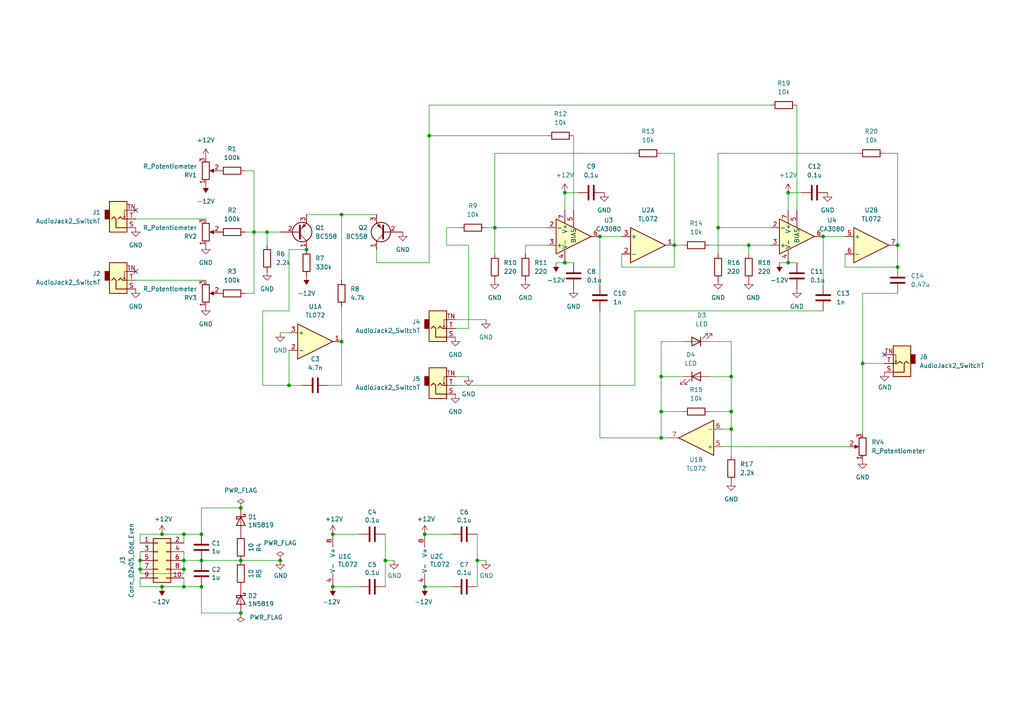
<source format=kicad_sch>
(kicad_sch (version 20211123) (generator eeschema)
  (paper "A4")
  (lib_symbols
    (symbol "Amplifier_Operational:CA3080" (pin_names (offset 0.127))
      (property "Reference" "U" (at 1.27 3.81 0))
      (property "Value" "CA3080" (at 1.27 -3.81 0))
      (symbol "CA3080_0_1"
        (polyline (pts (xy 5.08 0) (xy -5.08 -5.08) (xy -5.08 5.08) (xy 5.08 0)) (stroke (width 0.254)) (fill (type background)))
      )
      (symbol "CA3080_1_1"
        (pin no_connect line (at -2.54 2.54 270) (length 2.54) hide (name "NC") (number "1"))
        (pin input line (at -7.62 2.54 0) (length 2.54) (name "-") (number "2"))
        (pin input line (at -7.62 -2.54 0) (length 2.54) (name "+") (number "3"))
        (pin power_in line (at -2.54 -7.62 90) (length 3.81) (name "V-") (number "4"))
        (pin passive line (at 0 7.62 270) (length 5.08) (name "BIAS") (number "5"))
        (pin output line (at 7.62 0 180) (length 2.54) (name "~") (number "6"))
        (pin power_in line (at -2.54 7.62 270) (length 3.81) (name "V+") (number "7"))
        (pin no_connect line (at 0 2.54 270) (length 2.54) hide (name "NC") (number "8"))
      )
    )
    (symbol "Amplifier_Operational:TL072" (pin_names (offset 0.127))
      (property "Reference" "U" (at 0 5.08 0))
      (property "Value" "TL072" (at 0 -5.08 0))
      (symbol "TL072_1_1"
        (polyline (pts (xy -5.08 5.08) (xy 5.08 0) (xy -5.08 -5.08) (xy -5.08 5.08)) (stroke (width 0.254)) (fill (type background)))
        (pin output line (at 7.62 0 180) (length 2.54) (name "~") (number "1"))
        (pin input line (at -7.62 -2.54 0) (length 2.54) (name "-") (number "2"))
        (pin input line (at -7.62 2.54 0) (length 2.54) (name "+") (number "3"))
      )
      (symbol "TL072_2_1"
        (polyline (pts (xy -5.08 5.08) (xy 5.08 0) (xy -5.08 -5.08) (xy -5.08 5.08)) (stroke (width 0.254)) (fill (type background)))
        (pin input line (at -7.62 2.54 0) (length 2.54) (name "+") (number "5"))
        (pin input line (at -7.62 -2.54 0) (length 2.54) (name "-") (number "6"))
        (pin output line (at 7.62 0 180) (length 2.54) (name "~") (number "7"))
      )
      (symbol "TL072_3_1"
        (pin power_in line (at -2.54 -7.62 90) (length 3.81) (name "V-") (number "4"))
        (pin power_in line (at -2.54 7.62 270) (length 3.81) (name "V+") (number "8"))
      )
    )
    (symbol "Connector:AudioJack2_SwitchT"
      (property "Reference" "J" (at 0 8.89 0))
      (property "Value" "AudioJack2_SwitchT" (at 0 6.35 0))
      (symbol "AudioJack2_SwitchT_0_1"
        (rectangle (start -2.54 0) (end -3.81 -2.54) (stroke (width 0.254)) (fill (type outline)))
        (polyline (pts (xy 1.778 -0.254) (xy 2.032 -0.762)))
        (polyline (pts (xy 0 0) (xy 0.635 -0.635) (xy 1.27 0) (xy 2.54 0)) (stroke (width 0.254)))
        (polyline (pts (xy 2.54 -2.54) (xy 1.778 -2.54) (xy 1.778 -0.254) (xy 1.524 -0.762)))
        (polyline (pts (xy 2.54 2.54) (xy -0.635 2.54) (xy -0.635 0) (xy -1.27 -0.635) (xy -1.905 0)) (stroke (width 0.254)))
        (rectangle (start 2.54 3.81) (end -2.54 -5.08) (stroke (width 0.254)) (fill (type background)))
      )
      (symbol "AudioJack2_SwitchT_1_1"
        (pin passive line (at 5.08 2.54 180) (length 2.54) (name "~") (number "S"))
        (pin passive line (at 5.08 0 180) (length 2.54) (name "~") (number "T"))
        (pin passive line (at 5.08 -2.54 180) (length 2.54) (name "~") (number "TN"))
      )
    )
    (symbol "Connector_Generic:Conn_02x05_Odd_Even" (pin_names (offset 1.016) hide)
      (property "Reference" "J" (at 1.27 7.62 0))
      (property "Value" "Conn_02x05_Odd_Even" (at 1.27 -7.62 0))
      (symbol "Conn_02x05_Odd_Even_1_1"
        (rectangle (start -1.27 -4.953) (end 0 -5.207) (stroke (width 0.1524)))
        (rectangle (start -1.27 -2.413) (end 0 -2.667) (stroke (width 0.1524)))
        (rectangle (start -1.27 0.127) (end 0 -0.127) (stroke (width 0.1524)))
        (rectangle (start -1.27 2.667) (end 0 2.413) (stroke (width 0.1524)))
        (rectangle (start -1.27 5.207) (end 0 4.953) (stroke (width 0.1524)))
        (rectangle (start -1.27 6.35) (end 3.81 -6.35) (stroke (width 0.254)) (fill (type background)))
        (rectangle (start 3.81 -4.953) (end 2.54 -5.207) (stroke (width 0.1524)))
        (rectangle (start 3.81 -2.413) (end 2.54 -2.667) (stroke (width 0.1524)))
        (rectangle (start 3.81 0.127) (end 2.54 -0.127) (stroke (width 0.1524)))
        (rectangle (start 3.81 2.667) (end 2.54 2.413) (stroke (width 0.1524)))
        (rectangle (start 3.81 5.207) (end 2.54 4.953) (stroke (width 0.1524)))
        (pin passive line (at -5.08 5.08 0) (length 3.81) (name "Pin_1") (number "1"))
        (pin passive line (at 7.62 -5.08 180) (length 3.81) (name "Pin_10") (number "10"))
        (pin passive line (at 7.62 5.08 180) (length 3.81) (name "Pin_2") (number "2"))
        (pin passive line (at -5.08 2.54 0) (length 3.81) (name "Pin_3") (number "3"))
        (pin passive line (at 7.62 2.54 180) (length 3.81) (name "Pin_4") (number "4"))
        (pin passive line (at -5.08 0 0) (length 3.81) (name "Pin_5") (number "5"))
        (pin passive line (at 7.62 0 180) (length 3.81) (name "Pin_6") (number "6"))
        (pin passive line (at -5.08 -2.54 0) (length 3.81) (name "Pin_7") (number "7"))
        (pin passive line (at 7.62 -2.54 180) (length 3.81) (name "Pin_8") (number "8"))
        (pin passive line (at -5.08 -5.08 0) (length 3.81) (name "Pin_9") (number "9"))
      )
    )
    (symbol "Device:C" (pin_numbers hide) (pin_names (offset 0.254))
      (property "Reference" "C" (at 0.635 2.54 0))
      (property "Value" "C" (at 0.635 -2.54 0))
      (symbol "C_0_1"
        (polyline (pts (xy -2.032 -0.762) (xy 2.032 -0.762)) (stroke (width 0.508)))
        (polyline (pts (xy -2.032 0.762) (xy 2.032 0.762)) (stroke (width 0.508)))
      )
      (symbol "C_1_1"
        (pin passive line (at 0 3.81 270) (length 2.794) (name "~") (number "1"))
        (pin passive line (at 0 -3.81 90) (length 2.794) (name "~") (number "2"))
      )
    )
    (symbol "Device:LED" (pin_numbers hide) (pin_names (offset 1.016) hide)
      (property "Reference" "D" (at 0 2.54 0))
      (property "Value" "LED" (at 0 -2.54 0))
      (symbol "LED_0_1"
        (polyline (pts (xy -1.27 -1.27) (xy -1.27 1.27)) (stroke (width 0.254)))
        (polyline (pts (xy -1.27 0) (xy 1.27 0)))
        (polyline (pts (xy 1.27 -1.27) (xy 1.27 1.27) (xy -1.27 0) (xy 1.27 -1.27)) (stroke (width 0.254)))
        (polyline (pts (xy -3.048 -0.762) (xy -4.572 -2.286) (xy -3.81 -2.286) (xy -4.572 -2.286) (xy -4.572 -1.524)))
        (polyline (pts (xy -1.778 -0.762) (xy -3.302 -2.286) (xy -2.54 -2.286) (xy -3.302 -2.286) (xy -3.302 -1.524)))
      )
      (symbol "LED_1_1"
        (pin passive line (at -3.81 0 0) (length 2.54) (name "K") (number "1"))
        (pin passive line (at 3.81 0 180) (length 2.54) (name "A") (number "2"))
      )
    )
    (symbol "Device:R" (pin_numbers hide) (pin_names (offset 0))
      (property "Reference" "R" (at 2.032 0 90))
      (property "Value" "R" (at 0 0 90))
      (symbol "R_0_1"
        (rectangle (start -1.016 -2.54) (end 1.016 2.54) (stroke (width 0.254)))
      )
      (symbol "R_1_1"
        (pin passive line (at 0 3.81 270) (length 1.27) (name "~") (number "1"))
        (pin passive line (at 0 -3.81 90) (length 1.27) (name "~") (number "2"))
      )
    )
    (symbol "Device:R_Potentiometer" (pin_names (offset 1.016) hide)
      (property "Reference" "RV" (at -4.445 0 90))
      (property "Value" "R_Potentiometer" (at -2.54 0 90))
      (symbol "R_Potentiometer_0_1"
        (polyline (pts (xy 2.54 0) (xy 1.524 0)))
        (polyline (pts (xy 1.143 0) (xy 2.286 0.508) (xy 2.286 -0.508) (xy 1.143 0)) (fill (type outline)))
        (rectangle (start 1.016 2.54) (end -1.016 -2.54) (stroke (width 0.254)))
      )
      (symbol "R_Potentiometer_1_1"
        (pin passive line (at 0 3.81 270) (length 1.27) (name "1") (number "1"))
        (pin passive line (at 3.81 0 180) (length 1.27) (name "2") (number "2"))
        (pin passive line (at 0 -3.81 90) (length 1.27) (name "3") (number "3"))
      )
    )
    (symbol "Diode:1N5819" (pin_numbers hide) (pin_names (offset 1.016) hide)
      (property "Reference" "D" (at 0 2.54 0))
      (property "Value" "1N5819" (at 0 -2.54 0))
      (symbol "1N5819_0_1"
        (polyline (pts (xy 1.27 0) (xy -1.27 0)))
        (polyline (pts (xy 1.27 1.27) (xy 1.27 -1.27) (xy -1.27 0) (xy 1.27 1.27)) (stroke (width 0.254)))
        (polyline (pts (xy -1.905 0.635) (xy -1.905 1.27) (xy -1.27 1.27) (xy -1.27 -1.27) (xy -0.635 -1.27) (xy -0.635 -0.635)) (stroke (width 0.254)))
      )
      (symbol "1N5819_1_1"
        (pin passive line (at -3.81 0 0) (length 2.54) (name "K") (number "1"))
        (pin passive line (at 3.81 0 180) (length 2.54) (name "A") (number "2"))
      )
    )
    (symbol "Transistor_BJT:BC558" (pin_names (offset 0) hide)
      (property "Reference" "Q" (at 5.08 1.905 0))
      (property "Value" "BC558" (at 5.08 0 0))
      (symbol "BC558_0_1"
        (polyline (pts (xy 0.635 0.635) (xy 2.54 2.54)))
        (polyline (pts (xy 0.635 -0.635) (xy 2.54 -2.54) (xy 2.54 -2.54)))
        (polyline (pts (xy 0.635 1.905) (xy 0.635 -1.905) (xy 0.635 -1.905)) (stroke (width 0.508)))
        (polyline (pts (xy 2.286 -1.778) (xy 1.778 -2.286) (xy 1.27 -1.27) (xy 2.286 -1.778) (xy 2.286 -1.778)) (fill (type outline)))
        (circle (center 1.27 0) (radius 2.8194) (stroke (width 0.254)))
      )
      (symbol "BC558_1_1"
        (pin passive line (at 2.54 5.08 270) (length 2.54) (name "C") (number "1"))
        (pin input line (at -5.08 0 0) (length 5.715) (name "B") (number "2"))
        (pin passive line (at 2.54 -5.08 90) (length 2.54) (name "E") (number "3"))
      )
    )
    (symbol "power:+12V" (power) (pin_names (offset 0))
      (property "Value" "+12V" (at 0 3.556 0))
      (symbol "+12V_0_1"
        (polyline (pts (xy -0.762 1.27) (xy 0 2.54)))
        (polyline (pts (xy 0 0) (xy 0 2.54)))
        (polyline (pts (xy 0 2.54) (xy 0.762 1.27)))
      )
      (symbol "+12V_1_1"
        (pin power_in line (at 0 0 90) (length 0) hide (name "+12V") (number "1"))
      )
    )
    (symbol "power:-12V" (power) (pin_names (offset 0))
      (property "Value" "-12V" (at 0 3.81 0))
      (symbol "-12V_0_0"
        (pin power_in line (at 0 0 90) (length 0) hide (name "-12V") (number "1"))
      )
      (symbol "-12V_0_1"
        (polyline (pts (xy 0 0) (xy 0 1.27) (xy 0.762 1.27) (xy 0 2.54) (xy -0.762 1.27) (xy 0 1.27)) (fill (type outline)))
      )
    )
    (symbol "power:GND" (power) (pin_names (offset 0))
      (property "Value" "GND" (at 0 -3.81 0))
      (symbol "GND_0_1"
        (polyline (pts (xy 0 0) (xy 0 -1.27) (xy 1.27 -1.27) (xy 0 -2.54) (xy -1.27 -1.27) (xy 0 -1.27)))
      )
      (symbol "GND_1_1"
        (pin power_in line (at 0 0 270) (length 0) hide (name "GND") (number "1"))
      )
    )
    (symbol "power:PWR_FLAG" (power) (pin_numbers hide) (pin_names (offset 0) hide)
      (property "Value" "PWR_FLAG" (at 0 3.81 0))
      (symbol "PWR_FLAG_0_0"
        (pin power_out line (at 0 0 90) (length 0) (name "pwr") (number "1"))
      )
      (symbol "PWR_FLAG_0_1"
        (polyline (pts (xy 0 0) (xy 0 1.27) (xy -1.016 1.905) (xy 0 2.54) (xy 1.016 1.905) (xy 0 1.27)))
      )
    )
  )
  (junction (at 195.58 71.12))
  (junction (at 111.76 162.56))
  (junction (at 173.99 68.58))
  (junction (at 53.34 165.1))
  (junction (at 217.17 71.12))
  (junction (at 99.06 62.23))
  (junction (at 163.83 76.2))
  (junction (at 58.42 162.56))
  (junction (at 53.34 154.94))
  (junction (at 260.35 77.47))
  (junction (at 73.66 67.31))
  (junction (at 250.19 105.41))
  (junction (at 228.6 55.88))
  (junction (at 81.28 162.56))
  (junction (at 212.09 109.22))
  (junction (at 260.35 71.12))
  (junction (at 53.34 162.56))
  (junction (at 53.34 170.18))
  (junction (at 163.83 55.88))
  (junction (at 143.51 66.04))
  (junction (at 96.52 170.18))
  (junction (at 238.76 68.58))
  (junction (at 40.64 165.1))
  (junction (at 124.46 39.37))
  (junction (at 123.19 154.94))
  (junction (at 208.28 66.04))
  (junction (at 191.77 109.22))
  (junction (at 228.6 76.2))
  (junction (at 96.52 154.94))
  (junction (at 99.06 99.06))
  (junction (at 40.64 162.56))
  (junction (at 77.47 67.31))
  (junction (at 88.9 72.39))
  (junction (at 69.85 147.32))
  (junction (at 212.09 124.46))
  (junction (at 46.99 170.18))
  (junction (at 212.09 119.38))
  (junction (at 69.85 177.8))
  (junction (at 191.77 127))
  (junction (at 46.99 154.94))
  (junction (at 58.42 170.18))
  (junction (at 83.82 111.76))
  (junction (at 191.77 119.38))
  (junction (at 123.19 170.18))
  (junction (at 138.43 162.56))
  (junction (at 58.42 154.94))
  (junction (at 69.85 162.56))
  (no_connect (at 39.37 60.96))
  (no_connect (at 256.54 102.87))
  (no_connect (at 39.37 78.74))
  (wire (pts (xy 83.82 72.39) (xy 88.9 72.39)))
  (wire (pts (xy 40.64 162.56) (xy 40.64 165.1)))
  (wire (pts (xy 217.17 73.66) (xy 217.17 71.12)))
  (wire (pts (xy 191.77 99.06) (xy 198.12 99.06)))
  (wire (pts (xy 205.74 109.22) (xy 212.09 109.22)))
  (wire (pts (xy 53.34 154.94) (xy 58.42 154.94)))
  (wire (pts (xy 198.12 71.12) (xy 195.58 71.12)))
  (wire (pts (xy 209.55 129.54) (xy 246.38 129.54)))
  (wire (pts (xy 138.43 154.94) (xy 138.43 162.56)))
  (wire (pts (xy 129.54 71.12) (xy 129.54 66.04)))
  (wire (pts (xy 109.22 72.39) (xy 109.22 76.2)))
  (wire (pts (xy 166.37 39.37) (xy 166.37 60.96)))
  (wire (pts (xy 77.47 71.12) (xy 77.47 67.31)))
  (wire (pts (xy 228.6 55.88) (xy 228.6 60.96)))
  (wire (pts (xy 73.66 49.53) (xy 73.66 67.31)))
  (wire (pts (xy 58.42 162.56) (xy 69.85 162.56)))
  (wire (pts (xy 223.52 30.48) (xy 124.46 30.48)))
  (wire (pts (xy 83.82 111.76) (xy 87.63 111.76)))
  (wire (pts (xy 173.99 90.17) (xy 173.99 127)))
  (wire (pts (xy 208.28 44.45) (xy 208.28 66.04)))
  (wire (pts (xy 46.99 170.18) (xy 53.34 170.18)))
  (wire (pts (xy 158.75 66.04) (xy 143.51 66.04)))
  (wire (pts (xy 250.19 85.09) (xy 250.19 105.41)))
  (wire (pts (xy 124.46 76.2) (xy 124.46 39.37)))
  (wire (pts (xy 69.85 162.56) (xy 81.28 162.56)))
  (wire (pts (xy 228.6 76.2) (xy 231.14 76.2)))
  (wire (pts (xy 191.77 119.38) (xy 191.77 127)))
  (wire (pts (xy 173.99 68.58) (xy 173.99 82.55)))
  (wire (pts (xy 132.08 92.71) (xy 140.97 92.71)))
  (wire (pts (xy 73.66 85.09) (xy 73.66 67.31)))
  (wire (pts (xy 53.34 162.56) (xy 53.34 165.1)))
  (wire (pts (xy 191.77 109.22) (xy 198.12 109.22)))
  (wire (pts (xy 83.82 90.17) (xy 83.82 72.39)))
  (wire (pts (xy 226.06 76.2) (xy 228.6 76.2)))
  (wire (pts (xy 250.19 85.09) (xy 260.35 85.09)))
  (wire (pts (xy 152.4 71.12) (xy 158.75 71.12)))
  (wire (pts (xy 111.76 154.94) (xy 111.76 162.56)))
  (wire (pts (xy 73.66 67.31) (xy 77.47 67.31)))
  (wire (pts (xy 123.19 170.18) (xy 130.81 170.18)))
  (wire (pts (xy 143.51 66.04) (xy 143.51 73.66)))
  (wire (pts (xy 40.64 167.64) (xy 40.64 170.18)))
  (wire (pts (xy 140.97 66.04) (xy 143.51 66.04)))
  (wire (pts (xy 76.2 90.17) (xy 83.82 90.17)))
  (wire (pts (xy 124.46 39.37) (xy 158.75 39.37)))
  (wire (pts (xy 40.64 157.48) (xy 40.64 154.94)))
  (wire (pts (xy 152.4 73.66) (xy 152.4 71.12)))
  (wire (pts (xy 217.17 71.12) (xy 223.52 71.12)))
  (wire (pts (xy 39.37 81.28) (xy 59.69 81.28)))
  (wire (pts (xy 180.34 77.47) (xy 195.58 77.47)))
  (wire (pts (xy 58.42 154.94) (xy 58.42 147.32)))
  (wire (pts (xy 95.25 111.76) (xy 99.06 111.76)))
  (wire (pts (xy 245.11 73.66) (xy 245.11 77.47)))
  (wire (pts (xy 124.46 30.48) (xy 124.46 39.37)))
  (wire (pts (xy 88.9 62.23) (xy 99.06 62.23)))
  (wire (pts (xy 71.12 85.09) (xy 73.66 85.09)))
  (wire (pts (xy 40.64 170.18) (xy 46.99 170.18)))
  (wire (pts (xy 81.28 96.52) (xy 83.82 96.52)))
  (wire (pts (xy 161.29 76.2) (xy 163.83 76.2)))
  (wire (pts (xy 129.54 66.04) (xy 133.35 66.04)))
  (wire (pts (xy 83.82 111.76) (xy 76.2 111.76)))
  (wire (pts (xy 195.58 77.47) (xy 195.58 71.12)))
  (wire (pts (xy 99.06 62.23) (xy 109.22 62.23)))
  (wire (pts (xy 143.51 44.45) (xy 143.51 66.04)))
  (wire (pts (xy 195.58 44.45) (xy 195.58 71.12)))
  (wire (pts (xy 205.74 71.12) (xy 217.17 71.12)))
  (wire (pts (xy 232.41 55.88) (xy 228.6 55.88)))
  (wire (pts (xy 40.64 154.94) (xy 46.99 154.94)))
  (wire (pts (xy 53.34 170.18) (xy 58.42 170.18)))
  (wire (pts (xy 132.08 95.25) (xy 135.89 95.25)))
  (wire (pts (xy 138.43 162.56) (xy 140.97 162.56)))
  (wire (pts (xy 173.99 68.58) (xy 180.34 68.58)))
  (wire (pts (xy 40.64 160.02) (xy 40.64 162.56)))
  (wire (pts (xy 71.12 49.53) (xy 73.66 49.53)))
  (wire (pts (xy 212.09 109.22) (xy 212.09 119.38)))
  (wire (pts (xy 58.42 147.32) (xy 69.85 147.32)))
  (wire (pts (xy 58.42 170.18) (xy 58.42 177.8)))
  (wire (pts (xy 77.47 67.31) (xy 81.28 67.31)))
  (wire (pts (xy 191.77 99.06) (xy 191.77 109.22)))
  (wire (pts (xy 167.64 55.88) (xy 163.83 55.88)))
  (wire (pts (xy 53.34 166.37) (xy 53.34 165.1)))
  (wire (pts (xy 40.64 166.37) (xy 53.34 166.37)))
  (wire (pts (xy 132.08 109.22) (xy 135.89 109.22)))
  (wire (pts (xy 184.15 90.17) (xy 238.76 90.17)))
  (wire (pts (xy 180.34 73.66) (xy 180.34 77.47)))
  (wire (pts (xy 260.35 77.47) (xy 260.35 71.12)))
  (wire (pts (xy 71.12 67.31) (xy 73.66 67.31)))
  (wire (pts (xy 238.76 68.58) (xy 245.11 68.58)))
  (wire (pts (xy 191.77 109.22) (xy 191.77 119.38)))
  (wire (pts (xy 173.99 127) (xy 191.77 127)))
  (wire (pts (xy 191.77 119.38) (xy 198.12 119.38)))
  (wire (pts (xy 138.43 162.56) (xy 138.43 170.18)))
  (wire (pts (xy 212.09 119.38) (xy 212.09 124.46)))
  (wire (pts (xy 83.82 101.6) (xy 83.82 111.76)))
  (wire (pts (xy 212.09 124.46) (xy 212.09 132.08)))
  (wire (pts (xy 212.09 99.06) (xy 212.09 109.22)))
  (wire (pts (xy 104.14 154.94) (xy 96.52 154.94)))
  (wire (pts (xy 135.89 95.25) (xy 135.89 71.12)))
  (wire (pts (xy 250.19 105.41) (xy 256.54 105.41)))
  (wire (pts (xy 184.15 44.45) (xy 143.51 44.45)))
  (wire (pts (xy 132.08 111.76) (xy 184.15 111.76)))
  (wire (pts (xy 58.42 177.8) (xy 69.85 177.8)))
  (wire (pts (xy 208.28 66.04) (xy 208.28 73.66)))
  (wire (pts (xy 238.76 68.58) (xy 238.76 82.55)))
  (wire (pts (xy 46.99 154.94) (xy 53.34 154.94)))
  (wire (pts (xy 99.06 111.76) (xy 99.06 99.06)))
  (wire (pts (xy 96.52 170.18) (xy 104.14 170.18)))
  (wire (pts (xy 53.34 160.02) (xy 53.34 162.56)))
  (wire (pts (xy 212.09 124.46) (xy 209.55 124.46)))
  (wire (pts (xy 184.15 111.76) (xy 184.15 90.17)))
  (wire (pts (xy 205.74 119.38) (xy 212.09 119.38)))
  (wire (pts (xy 191.77 127) (xy 194.31 127)))
  (wire (pts (xy 135.89 71.12) (xy 129.54 71.12)))
  (wire (pts (xy 245.11 77.47) (xy 260.35 77.47)))
  (wire (pts (xy 191.77 44.45) (xy 195.58 44.45)))
  (wire (pts (xy 256.54 44.45) (xy 260.35 44.45)))
  (wire (pts (xy 111.76 162.56) (xy 114.3 162.56)))
  (wire (pts (xy 53.34 162.56) (xy 58.42 162.56)))
  (wire (pts (xy 248.92 44.45) (xy 208.28 44.45)))
  (wire (pts (xy 99.06 62.23) (xy 99.06 81.28)))
  (wire (pts (xy 208.28 66.04) (xy 223.52 66.04)))
  (wire (pts (xy 99.06 88.9) (xy 99.06 99.06)))
  (wire (pts (xy 111.76 162.56) (xy 111.76 170.18)))
  (wire (pts (xy 250.19 105.41) (xy 250.19 125.73)))
  (wire (pts (xy 205.74 99.06) (xy 212.09 99.06)))
  (wire (pts (xy 53.34 157.48) (xy 53.34 154.94)))
  (wire (pts (xy 76.2 111.76) (xy 76.2 90.17)))
  (wire (pts (xy 53.34 167.64) (xy 53.34 170.18)))
  (wire (pts (xy 39.37 63.5) (xy 59.69 63.5)))
  (wire (pts (xy 40.64 165.1) (xy 40.64 166.37)))
  (wire (pts (xy 109.22 76.2) (xy 124.46 76.2)))
  (wire (pts (xy 163.83 55.88) (xy 163.83 60.96)))
  (wire (pts (xy 231.14 30.48) (xy 231.14 60.96)))
  (wire (pts (xy 163.83 76.2) (xy 166.37 76.2)))
  (wire (pts (xy 260.35 44.45) (xy 260.35 71.12)))
  (wire (pts (xy 130.81 154.94) (xy 123.19 154.94)))
  (symbol (lib_id "Device:LED") (at 201.93 109.22 0) (unit 1)
    (property "Reference" "D4" (at 200.3425 102.87 0))
    (property "Value" "LED" (at 200.3425 105.41 0))
    (property "Footprint" "LED_THT:LED_D5.0mm" (effects hide))
  )
  (symbol (lib_id "Device:R") (at 69.85 158.75 180) (unit 1)
    (property "Reference" "R4" (at 75.1078 158.75 90))
    (property "Value" "10" (at 72.7964 158.75 90))
    (property "Footprint" "Resistor_THT:R_Axial_DIN0207_L6.3mm_D2.5mm_P7.62mm_Horizontal" (effects hide))
  )
  (symbol (lib_id "power:+12V") (at 96.52 154.94 0) (unit 1)
    (property "Reference" "#PWR013" (effects hide))
    (property "Value" "+12V" (at 96.901 150.5458 0))
  )
  (symbol (lib_id "power:GND") (at 59.69 71.12 0) (unit 1)
    (property "Reference" "#PWR07" (effects hide))
    (property "Value" "GND" (at 59.69 76.2 0))
  )
  (symbol (lib_id "Amplifier_Operational:TL072") (at 187.96 71.12 0) (unit 1)
    (property "Reference" "U2" (at 187.96 60.96 0))
    (property "Value" "TL072" (at 187.96 63.5 0))
    (property "Footprint" "Package_DIP:DIP-8_W7.62mm_Socket" (effects hide))
    (property "Datasheet" "http://www.ti.com/lit/ds/symlink/tl071.pdf" (effects hide))
  )
  (symbol (lib_id "Device:R") (at 152.4 77.47 0) (unit 1)
    (property "Reference" "R11" (at 154.94 76.1999 0) (effects (justify left)))
    (property "Value" "220" (at 154.94 78.7399 0) (effects (justify left)))
    (property "Footprint" "Resistor_THT:R_Axial_DIN0207_L6.3mm_D2.5mm_P7.62mm_Horizontal" (effects hide))
  )
  (symbol (lib_id "power:GND") (at 132.08 97.79 0) (unit 1)
    (property "Reference" "#PWR019" (effects hide))
    (property "Value" "GND" (at 132.08 102.87 0))
  )
  (symbol (lib_id "Device:R_Potentiometer") (at 59.69 85.09 0) (mirror x) (unit 1)
    (property "Reference" "RV3" (at 57.15 86.3601 0) (effects (justify right)))
    (property "Value" "R_Potentiometer" (at 57.15 83.8201 0) (effects (justify right)))
    (property "Footprint" "Potentiometer_THT:Potentiometer_Alpha_RD901F-40-00D_Single_Vertical_CircularHoles" (effects hide))
  )
  (symbol (lib_id "Device:R") (at 88.9 76.2 0) (unit 1)
    (property "Reference" "R7" (at 91.44 74.9299 0) (effects (justify left)))
    (property "Value" "330k" (at 91.44 77.4699 0) (effects (justify left)))
    (property "Footprint" "Resistor_THT:R_Axial_DIN0207_L6.3mm_D2.5mm_P7.62mm_Horizontal" (effects hide))
  )
  (symbol (lib_id "power:-12V") (at 96.52 170.18 180) (unit 1)
    (property "Reference" "#PWR014" (effects hide))
    (property "Value" "-12V" (at 96.139 174.5742 0))
  )
  (symbol (lib_id "Connector:AudioJack2_SwitchT") (at 34.29 81.28 0) (mirror x) (unit 1)
    (property "Reference" "J2" (at 29.21 79.3749 0) (effects (justify right)))
    (property "Value" "AudioJack2_SwitchT" (at 29.21 81.9149 0) (effects (justify right)))
    (property "Footprint" "Connector_Audio:Jack_3.5mm_QingPu_WQP-PJ398SM_Vertical_CircularHoles" (effects hide))
  )
  (symbol (lib_id "power:GND") (at 81.28 162.56 0) (unit 1)
    (property "Reference" "#PWR011" (effects hide))
    (property "Value" "GND" (at 81.407 166.9542 0))
  )
  (symbol (lib_id "Device:C") (at 166.37 80.01 180) (unit 1)
    (property "Reference" "C8" (at 170.18 78.7399 0) (effects (justify right)))
    (property "Value" "0.1u" (at 170.18 81.2799 0) (effects (justify right)))
    (property "Footprint" "Capacitor_THT:C_Disc_D5.0mm_W2.5mm_P5.00mm" (effects hide))
  )
  (symbol (lib_id "Device:R") (at 201.93 71.12 90) (unit 1)
    (property "Reference" "R14" (at 201.93 64.77 90))
    (property "Value" "10k" (at 201.93 67.31 90))
    (property "Footprint" "Resistor_THT:R_Axial_DIN0207_L6.3mm_D2.5mm_P7.62mm_Horizontal" (effects hide))
  )
  (symbol (lib_id "Transistor_BJT:BC558") (at 111.76 67.31 180) (unit 1)
    (property "Reference" "Q2" (at 106.68 66.0399 0) (effects (justify left)))
    (property "Value" "BC558" (at 106.68 68.5799 0) (effects (justify left)))
    (property "Footprint" "Package_TO_SOT_THT:TO-92_HandSolder" (effects hide))
    (property "Datasheet" "https://www.onsemi.com/pub/Collateral/BC556BTA-D.pdf" (effects hide))
  )
  (symbol (lib_id "Device:R") (at 143.51 77.47 0) (unit 1)
    (property "Reference" "R10" (at 146.05 76.1999 0) (effects (justify left)))
    (property "Value" "220" (at 146.05 78.7399 0) (effects (justify left)))
    (property "Footprint" "Resistor_THT:R_Axial_DIN0207_L6.3mm_D2.5mm_P7.62mm_Horizontal" (effects hide))
  )
  (symbol (lib_id "Device:R") (at 201.93 119.38 90) (unit 1)
    (property "Reference" "R15" (at 201.93 113.03 90))
    (property "Value" "10k" (at 201.93 115.57 90))
    (property "Footprint" "Resistor_THT:R_Axial_DIN0207_L6.3mm_D2.5mm_P7.62mm_Horizontal" (effects hide))
  )
  (symbol (lib_id "Device:R") (at 67.31 67.31 90) (unit 1)
    (property "Reference" "R2" (at 67.31 60.96 90))
    (property "Value" "100k" (at 67.31 63.5 90))
    (property "Footprint" "Resistor_THT:R_Axial_DIN0207_L6.3mm_D2.5mm_P7.62mm_Horizontal" (effects hide))
  )
  (symbol (lib_id "Device:C") (at 238.76 86.36 0) (unit 1)
    (property "Reference" "C13" (at 242.57 85.0899 0) (effects (justify left)))
    (property "Value" "1n" (at 242.57 87.6299 0) (effects (justify left)))
    (property "Footprint" "Capacitor_THT:C_Disc_D5.0mm_W2.5mm_P5.00mm" (effects hide))
  )
  (symbol (lib_id "Device:C") (at 231.14 80.01 180) (unit 1)
    (property "Reference" "C11" (at 234.95 78.7399 0) (effects (justify right)))
    (property "Value" "0.1u" (at 234.95 81.2799 0) (effects (justify right)))
    (property "Footprint" "Capacitor_THT:C_Disc_D5.0mm_W2.5mm_P5.00mm" (effects hide))
  )
  (symbol (lib_id "power:GND") (at 59.69 88.9 0) (unit 1)
    (property "Reference" "#PWR08" (effects hide))
    (property "Value" "GND" (at 59.69 93.98 0))
  )
  (symbol (lib_id "Transistor_BJT:BC558") (at 86.36 67.31 0) (mirror x) (unit 1)
    (property "Reference" "Q1" (at 91.44 66.0399 0) (effects (justify left)))
    (property "Value" "BC558" (at 91.44 68.5799 0) (effects (justify left)))
    (property "Footprint" "Package_TO_SOT_THT:TO-92_HandSolder" (effects hide))
    (property "Datasheet" "https://www.onsemi.com/pub/Collateral/BC556BTA-D.pdf" (effects hide))
  )
  (symbol (lib_id "power:GND") (at 250.19 133.35 0) (unit 1)
    (property "Reference" "#PWR037" (effects hide))
    (property "Value" "GND" (at 250.19 138.43 0))
  )
  (symbol (lib_id "power:GND") (at 256.54 107.95 0) (unit 1)
    (property "Reference" "#PWR038" (effects hide))
    (property "Value" "GND" (at 256.667 112.3442 0))
  )
  (symbol (lib_id "power:+12V") (at 59.69 45.72 0) (unit 1)
    (property "Reference" "#PWR05" (effects hide))
    (property "Value" "+12V" (at 59.69 40.64 0))
  )
  (symbol (lib_id "Device:R") (at 67.31 49.53 90) (unit 1)
    (property "Reference" "R1" (at 67.31 43.18 90))
    (property "Value" "100k" (at 67.31 45.72 90))
    (property "Footprint" "Resistor_THT:R_Axial_DIN0207_L6.3mm_D2.5mm_P7.62mm_Horizontal" (effects hide))
  )
  (symbol (lib_id "power:GND") (at 135.89 109.22 0) (unit 1)
    (property "Reference" "#PWR021" (effects hide))
    (property "Value" "GND" (at 135.89 114.3 0))
  )
  (symbol (lib_id "Device:C") (at 260.35 81.28 0) (unit 1)
    (property "Reference" "C14" (at 264.16 80.0099 0) (effects (justify left)))
    (property "Value" "0.47u" (at 264.16 82.5499 0) (effects (justify left)))
    (property "Footprint" "Capacitor_THT:C_Disc_D5.0mm_W2.5mm_P5.00mm" (effects hide))
  )
  (symbol (lib_id "power:GND") (at 140.97 92.71 0) (unit 1)
    (property "Reference" "#PWR022" (effects hide))
    (property "Value" "GND" (at 140.97 97.79 0))
  )
  (symbol (lib_id "Device:R") (at 227.33 30.48 90) (unit 1)
    (property "Reference" "R19" (at 227.33 24.13 90))
    (property "Value" "10k" (at 227.33 26.67 90))
    (property "Footprint" "Resistor_THT:R_Axial_DIN0207_L6.3mm_D2.5mm_P7.62mm_Horizontal" (effects hide))
  )
  (symbol (lib_id "power:GND") (at 166.37 83.82 0) (unit 1)
    (property "Reference" "#PWR028" (effects hide))
    (property "Value" "GND" (at 166.37 88.9 0))
  )
  (symbol (lib_id "Device:R_Potentiometer") (at 250.19 129.54 180) (unit 1)
    (property "Reference" "RV4" (at 252.73 128.2699 0) (effects (justify right)))
    (property "Value" "R_Potentiometer" (at 252.73 130.8099 0) (effects (justify right)))
    (property "Footprint" "Potentiometer_THT:Potentiometer_Alpha_RD901F-40-00D_Single_Vertical_CircularHoles" (effects hide))
  )
  (symbol (lib_id "power:GND") (at 240.03 55.88 0) (unit 1)
    (property "Reference" "#PWR036" (effects hide))
    (property "Value" "GND" (at 240.03 60.96 0))
  )
  (symbol (lib_id "Amplifier_Operational:TL072") (at 201.93 127 180) (unit 2)
    (property "Reference" "U1" (at 201.93 133.35 0))
    (property "Value" "TL072" (at 201.93 135.89 0))
    (property "Footprint" "Package_DIP:DIP-8_W7.62mm_Socket" (effects hide))
    (property "Datasheet" "http://www.ti.com/lit/ds/symlink/tl071.pdf" (effects hide))
  )
  (symbol (lib_id "power:-12V") (at 46.99 170.18 180) (unit 1)
    (property "Reference" "#PWR04" (effects hide))
    (property "Value" "-12V" (at 46.609 174.5742 0))
  )
  (symbol (lib_id "Device:R") (at 77.47 74.93 0) (unit 1)
    (property "Reference" "R6" (at 80.01 73.6599 0) (effects (justify left)))
    (property "Value" "2.2k" (at 80.01 76.1999 0) (effects (justify left)))
    (property "Footprint" "Resistor_THT:R_Axial_DIN0207_L6.3mm_D2.5mm_P7.62mm_Horizontal" (effects hide))
  )
  (symbol (lib_id "power:+12V") (at 46.99 154.94 0) (unit 1)
    (property "Reference" "#PWR03" (effects hide))
    (property "Value" "+12V" (at 47.371 150.5458 0))
  )
  (symbol (lib_id "Device:R") (at 252.73 44.45 90) (unit 1)
    (property "Reference" "R20" (at 252.73 38.1 90))
    (property "Value" "10k" (at 252.73 40.64 90))
    (property "Footprint" "Resistor_THT:R_Axial_DIN0207_L6.3mm_D2.5mm_P7.62mm_Horizontal" (effects hide))
  )
  (symbol (lib_id "power:GND") (at 39.37 66.04 0) (unit 1)
    (property "Reference" "#PWR01" (effects hide))
    (property "Value" "GND" (at 39.37 71.12 0))
  )
  (symbol (lib_id "Device:C") (at 91.44 111.76 90) (unit 1)
    (property "Reference" "C3" (at 91.44 104.14 90))
    (property "Value" "4.7n" (at 91.44 106.68 90))
    (property "Footprint" "Capacitor_THT:C_Disc_D5.0mm_W2.5mm_P5.00mm" (effects hide))
  )
  (symbol (lib_id "Device:R") (at 212.09 135.89 180) (unit 1)
    (property "Reference" "R17" (at 214.63 134.6199 0) (effects (justify right)))
    (property "Value" "2.2k" (at 214.63 137.1599 0) (effects (justify right)))
    (property "Footprint" "Resistor_THT:R_Axial_DIN0207_L6.3mm_D2.5mm_P7.62mm_Horizontal" (effects hide))
  )
  (symbol (lib_id "power:GND") (at 231.14 83.82 0) (unit 1)
    (property "Reference" "#PWR035" (effects hide))
    (property "Value" "GND" (at 231.14 88.9 0))
  )
  (symbol (lib_id "power:GND") (at 81.28 96.52 0) (unit 1)
    (property "Reference" "#PWR010" (effects hide))
    (property "Value" "GND" (at 81.28 101.6 0))
  )
  (symbol (lib_id "power:GND") (at 77.47 78.74 0) (unit 1)
    (property "Reference" "#PWR09" (effects hide))
    (property "Value" "GND" (at 77.47 83.82 0))
  )
  (symbol (lib_id "Device:C") (at 107.95 154.94 90) (unit 1)
    (property "Reference" "C4" (at 107.95 148.5392 90))
    (property "Value" "0.1u" (at 107.95 150.8506 90))
    (property "Footprint" "Capacitor_THT:C_Disc_D5.0mm_W2.5mm_P5.00mm" (effects hide))
  )
  (symbol (lib_id "power:GND") (at 140.97 162.56 0) (unit 1)
    (property "Reference" "#PWR023" (effects hide))
    (property "Value" "GND" (at 141.097 166.9542 0))
  )
  (symbol (lib_id "Device:C") (at 236.22 55.88 270) (unit 1)
    (property "Reference" "C12" (at 236.22 48.26 90))
    (property "Value" "0.1u" (at 236.22 50.8 90))
    (property "Footprint" "Capacitor_THT:C_Disc_D5.0mm_W2.5mm_P5.00mm" (effects hide))
  )
  (symbol (lib_id "Device:R_Potentiometer") (at 59.69 49.53 0) (mirror x) (unit 1)
    (property "Reference" "RV1" (at 57.15 50.8001 0) (effects (justify right)))
    (property "Value" "R_Potentiometer" (at 57.15 48.2601 0) (effects (justify right)))
    (property "Footprint" "Potentiometer_THT:Potentiometer_Alpha_RD901F-40-00D_Single_Vertical_CircularHoles" (effects hide))
  )
  (symbol (lib_id "power:-12V") (at 123.19 170.18 180) (unit 1)
    (property "Reference" "#PWR018" (effects hide))
    (property "Value" "-12V" (at 122.809 174.5742 0))
  )
  (symbol (lib_id "power:-12V") (at 161.29 76.2 180) (unit 1)
    (property "Reference" "#PWR026" (effects hide))
    (property "Value" "-12V" (at 161.29 81.28 0))
  )
  (symbol (lib_id "Amplifier_Operational:TL072") (at 91.44 99.06 0) (unit 1)
    (property "Reference" "U1" (at 91.44 88.9 0))
    (property "Value" "TL072" (at 91.44 91.44 0))
    (property "Footprint" "Package_DIP:DIP-8_W7.62mm_Socket" (effects hide))
    (property "Datasheet" "http://www.ti.com/lit/ds/symlink/tl071.pdf" (effects hide))
  )
  (symbol (lib_id "Connector:AudioJack2_SwitchT") (at 261.62 105.41 180) (unit 1)
    (property "Reference" "J6" (at 266.7 103.5049 0) (effects (justify right)))
    (property "Value" "AudioJack2_SwitchT" (at 266.7 106.0449 0) (effects (justify right)))
    (property "Footprint" "Connector_Audio:Jack_3.5mm_QingPu_WQP-PJ398SM_Vertical_CircularHoles" (effects hide))
  )
  (symbol (lib_id "Amplifier_Operational:CA3080") (at 166.37 68.58 0) (unit 1)
    (property "Reference" "U3" (at 176.53 63.881 0))
    (property "Value" "CA3080" (at 176.53 66.421 0))
    (property "Footprint" "Package_DIP:DIP-8_W7.62mm_Socket" (effects hide))
    (property "Datasheet" "http://www.intersil.com/content/dam/Intersil/documents/ca30/ca3080-a.pdf" (effects hide))
  )
  (symbol (lib_id "Diode:1N5819") (at 69.85 151.13 270) (unit 1)
    (property "Reference" "D1" (at 71.882 149.9616 90) (effects (justify left)))
    (property "Value" "1N5819" (at 71.882 152.273 90) (effects (justify left)))
    (property "Footprint" "Diode_THT:D_DO-41_SOD81_P10.16mm_Horizontal" (effects hide))
    (property "Datasheet" "http://www.vishay.com/docs/88525/1n5817.pdf" (effects hide))
  )
  (symbol (lib_id "Device:R") (at 69.85 166.37 180) (unit 1)
    (property "Reference" "R5" (at 75.1078 166.37 90))
    (property "Value" "10" (at 72.7964 166.37 90))
    (property "Footprint" "Resistor_THT:R_Axial_DIN0207_L6.3mm_D2.5mm_P7.62mm_Horizontal" (effects hide))
  )
  (symbol (lib_id "Connector:AudioJack2_SwitchT") (at 34.29 63.5 0) (mirror x) (unit 1)
    (property "Reference" "J1" (at 29.21 61.5949 0) (effects (justify right)))
    (property "Value" "AudioJack2_SwitchT" (at 29.21 64.1349 0) (effects (justify right)))
    (property "Footprint" "Connector_Audio:Jack_3.5mm_QingPu_WQP-PJ398SM_Vertical_CircularHoles" (effects hide))
  )
  (symbol (lib_id "power:PWR_FLAG") (at 69.85 147.32 0) (unit 1)
    (property "Reference" "#FLG01" (effects hide))
    (property "Value" "PWR_FLAG" (at 69.85 142.24 0))
  )
  (symbol (lib_id "Device:C") (at 134.62 170.18 90) (unit 1)
    (property "Reference" "C7" (at 134.62 163.7792 90))
    (property "Value" "0.1u" (at 134.62 166.0906 90))
    (property "Footprint" "Capacitor_THT:C_Disc_D5.0mm_W2.5mm_P5.00mm" (effects hide))
  )
  (symbol (lib_id "power:+12V") (at 123.19 154.94 0) (unit 1)
    (property "Reference" "#PWR017" (effects hide))
    (property "Value" "+12V" (at 123.571 150.5458 0))
  )
  (symbol (lib_id "Device:C") (at 134.62 154.94 90) (unit 1)
    (property "Reference" "C6" (at 134.62 148.5392 90))
    (property "Value" "0.1u" (at 134.62 150.8506 90))
    (property "Footprint" "Capacitor_THT:C_Disc_D5.0mm_W2.5mm_P5.00mm" (effects hide))
  )
  (symbol (lib_id "Connector:AudioJack2_SwitchT") (at 127 95.25 0) (mirror x) (unit 1)
    (property "Reference" "J4" (at 121.92 93.3449 0) (effects (justify right)))
    (property "Value" "AudioJack2_SwitchT" (at 121.92 95.8849 0) (effects (justify right)))
    (property "Footprint" "Connector_Audio:Jack_3.5mm_QingPu_WQP-PJ398SM_Vertical_CircularHoles" (effects hide))
  )
  (symbol (lib_id "Connector_Generic:Conn_02x05_Odd_Even") (at 45.72 162.56 0) (unit 1)
    (property "Reference" "J3" (at 35.56 162.56 90))
    (property "Value" "Conn_02x05_Odd_Even" (at 38.1 162.56 90))
    (property "Footprint" "Connector_PinHeader_2.54mm:PinHeader_2x05_P2.54mm_Vertical" (effects hide))
  )
  (symbol (lib_id "Device:R") (at 137.16 66.04 90) (unit 1)
    (property "Reference" "R9" (at 137.16 59.69 90))
    (property "Value" "10k" (at 137.16 62.23 90))
    (property "Footprint" "Resistor_THT:R_Axial_DIN0207_L6.3mm_D2.5mm_P7.62mm_Horizontal" (effects hide))
  )
  (symbol (lib_id "Device:C") (at 58.42 166.37 0) (unit 1)
    (property "Reference" "C2" (at 61.341 165.2016 0) (effects (justify left)))
    (property "Value" "1u" (at 61.341 167.513 0) (effects (justify left)))
    (property "Footprint" "Capacitor_THT:C_Disc_D5.0mm_W2.5mm_P5.00mm" (effects hide))
  )
  (symbol (lib_id "Device:R") (at 208.28 77.47 0) (unit 1)
    (property "Reference" "R16" (at 210.82 76.1999 0) (effects (justify left)))
    (property "Value" "220" (at 210.82 78.7399 0) (effects (justify left)))
    (property "Footprint" "Resistor_THT:R_Axial_DIN0207_L6.3mm_D2.5mm_P7.62mm_Horizontal" (effects hide))
  )
  (symbol (lib_id "power:GND") (at 175.26 55.88 0) (unit 1)
    (property "Reference" "#PWR029" (effects hide))
    (property "Value" "GND" (at 175.26 60.96 0))
  )
  (symbol (lib_id "power:GND") (at 217.17 81.28 0) (unit 1)
    (property "Reference" "#PWR032" (effects hide))
    (property "Value" "GND" (at 218.44 86.36 0))
  )
  (symbol (lib_id "power:+12V") (at 228.6 55.88 0) (unit 1)
    (property "Reference" "#PWR034" (effects hide))
    (property "Value" "+12V" (at 228.6 50.8 0))
  )
  (symbol (lib_id "power:GND") (at 152.4 81.28 0) (unit 1)
    (property "Reference" "#PWR025" (effects hide))
    (property "Value" "GND" (at 152.4 86.36 0))
  )
  (symbol (lib_id "Device:C") (at 58.42 158.75 0) (unit 1)
    (property "Reference" "C1" (at 61.341 157.5816 0) (effects (justify left)))
    (property "Value" "1u" (at 61.341 159.893 0) (effects (justify left)))
    (property "Footprint" "Capacitor_THT:C_Disc_D5.0mm_W2.5mm_P5.00mm" (effects hide))
  )
  (symbol (lib_id "power:-12V") (at 59.69 53.34 180) (unit 1)
    (property "Reference" "#PWR06" (effects hide))
    (property "Value" "-12V" (at 59.69 58.42 0))
  )
  (symbol (lib_id "power:GND") (at 132.08 114.3 0) (unit 1)
    (property "Reference" "#PWR020" (effects hide))
    (property "Value" "GND" (at 132.08 119.38 0))
  )
  (symbol (lib_id "Device:R") (at 187.96 44.45 90) (unit 1)
    (property "Reference" "R13" (at 187.96 38.1 90))
    (property "Value" "10k" (at 187.96 40.64 90))
    (property "Footprint" "Resistor_THT:R_Axial_DIN0207_L6.3mm_D2.5mm_P7.62mm_Horizontal" (effects hide))
  )
  (symbol (lib_id "Connector:AudioJack2_SwitchT") (at 127 111.76 0) (mirror x) (unit 1)
    (property "Reference" "J5" (at 121.92 109.8549 0) (effects (justify right)))
    (property "Value" "AudioJack2_SwitchT" (at 121.92 112.3949 0) (effects (justify right)))
    (property "Footprint" "Connector_Audio:Jack_3.5mm_QingPu_WQP-PJ398SM_Vertical_CircularHoles" (effects hide))
  )
  (symbol (lib_id "power:-12V") (at 226.06 76.2 180) (unit 1)
    (property "Reference" "#PWR033" (effects hide))
    (property "Value" "-12V" (at 226.06 81.28 0))
  )
  (symbol (lib_id "Amplifier_Operational:TL072") (at 125.73 162.56 0) (unit 3)
    (property "Reference" "U2" (at 124.6632 161.3916 0) (effects (justify left)))
    (property "Value" "TL072" (at 124.6632 163.703 0) (effects (justify left)))
    (property "Footprint" "Package_DIP:DIP-8_W7.62mm_Socket" (effects hide))
    (property "Datasheet" "http://www.ti.com/lit/ds/symlink/tl071.pdf" (effects hide))
  )
  (symbol (lib_id "Device:R") (at 67.31 85.09 90) (unit 1)
    (property "Reference" "R3" (at 67.31 78.74 90))
    (property "Value" "100k" (at 67.31 81.28 90))
    (property "Footprint" "Resistor_THT:R_Axial_DIN0207_L6.3mm_D2.5mm_P7.62mm_Horizontal" (effects hide))
  )
  (symbol (lib_id "Amplifier_Operational:TL072") (at 99.06 162.56 0) (unit 3)
    (property "Reference" "U1" (at 97.9932 161.3916 0) (effects (justify left)))
    (property "Value" "TL072" (at 97.9932 163.703 0) (effects (justify left)))
    (property "Footprint" "Package_DIP:DIP-8_W7.62mm_Socket" (effects hide))
    (property "Datasheet" "http://www.ti.com/lit/ds/symlink/tl071.pdf" (effects hide))
  )
  (symbol (lib_id "power:GND") (at 116.84 67.31 0) (unit 1)
    (property "Reference" "#PWR016" (effects hide))
    (property "Value" "GND" (at 116.84 72.39 0))
  )
  (symbol (lib_id "power:+12V") (at 163.83 55.88 0) (unit 1)
    (property "Reference" "#PWR027" (effects hide))
    (property "Value" "+12V" (at 163.83 50.8 0))
  )
  (symbol (lib_id "Device:R_Potentiometer") (at 59.69 67.31 0) (mirror x) (unit 1)
    (property "Reference" "RV2" (at 57.15 68.5801 0) (effects (justify right)))
    (property "Value" "R_Potentiometer" (at 57.15 66.0401 0) (effects (justify right)))
    (property "Footprint" "Potentiometer_THT:Potentiometer_Alpha_RD901F-40-00D_Single_Vertical_CircularHoles" (effects hide))
  )
  (symbol (lib_id "Device:C") (at 107.95 170.18 90) (unit 1)
    (property "Reference" "C5" (at 107.95 163.7792 90))
    (property "Value" "0.1u" (at 107.95 166.0906 90))
    (property "Footprint" "Capacitor_THT:C_Disc_D5.0mm_W2.5mm_P5.00mm" (effects hide))
  )
  (symbol (lib_id "power:GND") (at 212.09 139.7 0) (unit 1)
    (property "Reference" "#PWR031" (effects hide))
    (property "Value" "GND" (at 212.09 144.78 0))
  )
  (symbol (lib_id "Amplifier_Operational:TL072") (at 252.73 71.12 0) (unit 2)
    (property "Reference" "U2" (at 252.73 60.96 0))
    (property "Value" "TL072" (at 252.73 63.5 0))
    (property "Footprint" "Package_DIP:DIP-8_W7.62mm_Socket" (effects hide))
    (property "Datasheet" "http://www.ti.com/lit/ds/symlink/tl071.pdf" (effects hide))
  )
  (symbol (lib_id "power:GND") (at 39.37 83.82 0) (unit 1)
    (property "Reference" "#PWR02" (effects hide))
    (property "Value" "GND" (at 39.37 88.9 0))
  )
  (symbol (lib_id "Device:C") (at 171.45 55.88 270) (unit 1)
    (property "Reference" "C9" (at 171.45 48.26 90))
    (property "Value" "0.1u" (at 171.45 50.8 90))
    (property "Footprint" "Capacitor_THT:C_Disc_D5.0mm_W2.5mm_P5.00mm" (effects hide))
  )
  (symbol (lib_id "power:-12V") (at 88.9 80.01 180) (unit 1)
    (property "Reference" "#PWR012" (effects hide))
    (property "Value" "-12V" (at 88.9 85.09 0))
  )
  (symbol (lib_id "power:PWR_FLAG") (at 81.28 162.56 0) (unit 1)
    (property "Reference" "#FLG03" (effects hide))
    (property "Value" "PWR_FLAG" (at 81.28 157.48 0))
  )
  (symbol (lib_id "power:GND") (at 114.3 162.56 0) (unit 1)
    (property "Reference" "#PWR015" (effects hide))
    (property "Value" "GND" (at 114.427 166.9542 0))
  )
  (symbol (lib_id "Device:R") (at 99.06 85.09 0) (unit 1)
    (property "Reference" "R8" (at 101.6 83.8199 0) (effects (justify left)))
    (property "Value" "4.7k" (at 101.6 86.3599 0) (effects (justify left)))
    (property "Footprint" "Resistor_THT:R_Axial_DIN0207_L6.3mm_D2.5mm_P7.62mm_Horizontal" (effects hide))
  )
  (symbol (lib_id "Amplifier_Operational:CA3080") (at 231.14 68.58 0) (unit 1)
    (property "Reference" "U4" (at 241.3 63.881 0))
    (property "Value" "CA3080" (at 241.3 66.421 0))
    (property "Footprint" "Package_DIP:DIP-8_W7.62mm_Socket" (effects hide))
    (property "Datasheet" "http://www.intersil.com/content/dam/Intersil/documents/ca30/ca3080-a.pdf" (effects hide))
  )
  (symbol (lib_id "Device:LED") (at 201.93 99.06 180) (unit 1)
    (property "Reference" "D3" (at 203.5175 91.44 0))
    (property "Value" "LED" (at 203.5175 93.98 0))
    (property "Footprint" "LED_THT:LED_D5.0mm" (effects hide))
  )
  (symbol (lib_id "Device:C") (at 173.99 86.36 0) (unit 1)
    (property "Reference" "C10" (at 177.8 85.0899 0) (effects (justify left)))
    (property "Value" "1n" (at 177.8 87.6299 0) (effects (justify left)))
    (property "Footprint" "Capacitor_THT:C_Disc_D5.0mm_W2.5mm_P5.00mm" (effects hide))
  )
  (symbol (lib_id "Device:R") (at 162.56 39.37 90) (unit 1)
    (property "Reference" "R12" (at 162.56 33.02 90))
    (property "Value" "10k" (at 162.56 35.56 90))
    (property "Footprint" "Resistor_THT:R_Axial_DIN0207_L6.3mm_D2.5mm_P7.62mm_Horizontal" (effects hide))
  )
  (symbol (lib_id "power:PWR_FLAG") (at 69.85 177.8 180) (unit 1)
    (property "Reference" "#FLG02" (effects hide))
    (property "Value" "PWR_FLAG" (at 72.39 179.0699 0) (effects (justify right)))
  )
  (symbol (lib_id "Diode:1N5819") (at 69.85 173.99 270) (unit 1)
    (property "Reference" "D2" (at 71.882 172.8216 90) (effects (justify left)))
    (property "Value" "1N5819" (at 71.882 175.133 90) (effects (justify left)))
    (property "Footprint" "Diode_THT:D_DO-41_SOD81_P10.16mm_Horizontal" (effects hide))
    (property "Datasheet" "http://www.vishay.com/docs/88525/1n5817.pdf" (effects hide))
  )
  (symbol (lib_id "Device:R") (at 217.17 77.47 0) (unit 1)
    (property "Reference" "R18" (at 219.71 76.1999 0) (effects (justify left)))
    (property "Value" "220" (at 219.71 78.7399 0) (effects (justify left)))
    (property "Footprint" "Resistor_THT:R_Axial_DIN0207_L6.3mm_D2.5mm_P7.62mm_Horizontal" (effects hide))
  )
  (symbol (lib_id "power:GND") (at 208.28 81.28 0) (unit 1)
    (property "Reference" "#PWR030" (effects hide))
    (property "Value" "GND" (at 208.28 86.36 0))
  )
  (symbol (lib_id "power:GND") (at 143.51 81.28 0) (unit 1)
    (property "Reference" "#PWR024" (effects hide))
    (property "Value" "GND" (at 143.51 86.36 0))
  )
)
</source>
